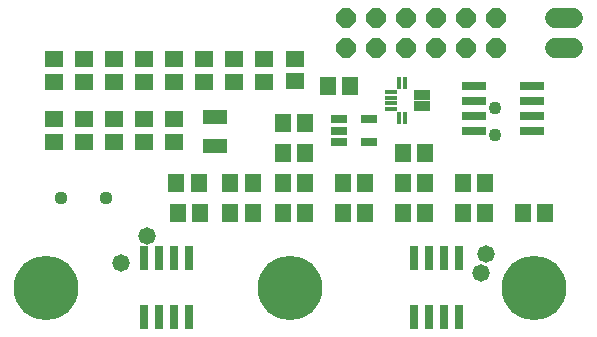
<source format=gbs>
G04 EAGLE Gerber RS-274X export*
G75*
%MOMM*%
%FSLAX34Y34*%
%LPD*%
%INBottom Solder Mask*%
%IPPOS*%
%AMOC8*
5,1,8,0,0,1.08239X$1,22.5*%
G01*
%ADD10C,1.651000*%
%ADD11R,1.327000X0.660400*%
%ADD12R,1.327000X0.677000*%
%ADD13R,1.427000X1.627000*%
%ADD14R,1.627000X1.427000*%
%ADD15C,1.127000*%
%ADD16R,0.660400X2.108200*%
%ADD17R,2.108200X0.660400*%
%ADD18P,1.787026X8X22.500000*%
%ADD19R,0.427000X0.977000*%
%ADD20R,0.977000X0.427000*%
%ADD21R,1.397000X0.927000*%
%ADD22C,5.461000*%
%ADD23R,2.027000X1.227000*%
%ADD24C,1.102000*%
%ADD25C,1.477000*%


D10*
X474980Y273050D02*
X490220Y273050D01*
X490220Y247650D02*
X474980Y247650D01*
D11*
X291800Y168300D03*
X291800Y177800D03*
X291800Y187300D03*
D12*
X317800Y187300D03*
X317800Y168300D03*
D13*
X314300Y107950D03*
X295300Y107950D03*
X365100Y133350D03*
X346100Y133350D03*
X263500Y184150D03*
X244500Y184150D03*
X314300Y133350D03*
X295300Y133350D03*
D14*
X177800Y219100D03*
X177800Y238100D03*
D13*
X365100Y107950D03*
X346100Y107950D03*
X200050Y133350D03*
X219050Y133350D03*
D14*
X228600Y219100D03*
X228600Y238100D03*
X50800Y187300D03*
X50800Y168300D03*
D13*
X200050Y107950D03*
X219050Y107950D03*
X244500Y107950D03*
X263500Y107950D03*
X244500Y133350D03*
X263500Y133350D03*
D14*
X152400Y219100D03*
X152400Y238100D03*
X203200Y219100D03*
X203200Y238100D03*
X127000Y238100D03*
X127000Y219100D03*
D15*
X57150Y120650D03*
X95250Y120650D03*
D16*
X127000Y69850D03*
X139700Y69850D03*
X152400Y69850D03*
X165100Y69850D03*
X165100Y20320D03*
X152400Y20320D03*
X139700Y20320D03*
X127000Y20320D03*
X355600Y69850D03*
X368300Y69850D03*
X381000Y69850D03*
X393700Y69850D03*
X393700Y20320D03*
X381000Y20320D03*
X368300Y20320D03*
X355600Y20320D03*
D17*
X406400Y177800D03*
X406400Y190500D03*
X406400Y203200D03*
X406400Y215900D03*
X455930Y215900D03*
X455930Y203200D03*
X455930Y190500D03*
X455930Y177800D03*
D18*
X298450Y247650D03*
X298450Y273050D03*
X323850Y247650D03*
X323850Y273050D03*
X349250Y247650D03*
X349250Y273050D03*
X374650Y247650D03*
X374650Y273050D03*
X400050Y247650D03*
X400050Y273050D03*
X425450Y247650D03*
X425450Y273050D03*
D19*
X342750Y217700D03*
X342750Y188700D03*
D20*
X335750Y210700D03*
X335750Y205700D03*
X335750Y200700D03*
X335750Y195700D03*
D21*
X362750Y208200D03*
X362750Y198200D03*
D19*
X347750Y188700D03*
X347750Y217700D03*
D13*
X365100Y158750D03*
X346100Y158750D03*
X301600Y215900D03*
X282600Y215900D03*
D14*
X101600Y187300D03*
X101600Y168300D03*
X76200Y187300D03*
X76200Y168300D03*
X127000Y187300D03*
X127000Y168300D03*
X152400Y187300D03*
X152400Y168300D03*
D22*
X44450Y44450D03*
X457200Y44450D03*
X250825Y44450D03*
D13*
X415900Y133350D03*
X396900Y133350D03*
X415900Y107950D03*
X396900Y107950D03*
X466700Y107950D03*
X447700Y107950D03*
X244500Y158750D03*
X263500Y158750D03*
D14*
X101600Y238100D03*
X101600Y219100D03*
X50800Y238100D03*
X50800Y219100D03*
X76200Y238100D03*
X76200Y219100D03*
D23*
X186944Y189038D03*
X186944Y165038D03*
D13*
X174600Y107950D03*
X155600Y107950D03*
X173330Y133350D03*
X154330Y133350D03*
D14*
X254508Y219354D03*
X254508Y238354D03*
D24*
X424180Y173990D03*
D25*
X107950Y65278D03*
X412750Y57150D03*
D24*
X424180Y196850D03*
D25*
X129540Y88900D03*
X416560Y73660D03*
M02*

</source>
